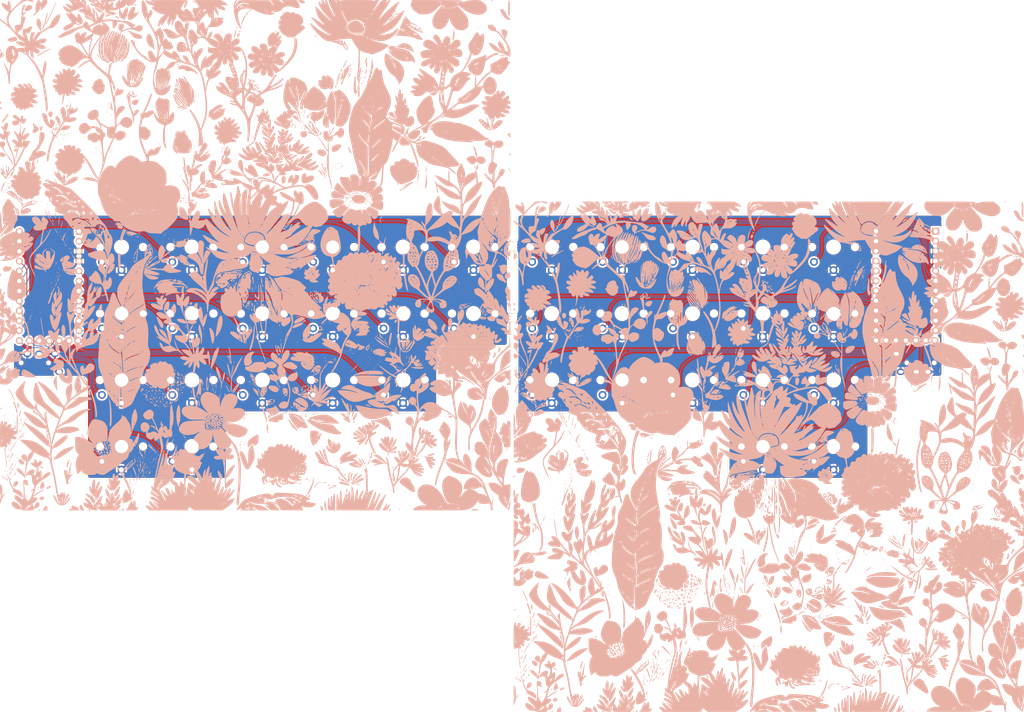
<source format=kicad_pcb>
(kicad_pcb
	(version 20240108)
	(generator "pcbnew")
	(generator_version "8.0")
	(general
		(thickness 1.6)
		(legacy_teardrops no)
	)
	(paper "A4")
	(layers
		(0 "F.Cu" signal)
		(31 "B.Cu" signal)
		(32 "B.Adhes" user "B.Adhesive")
		(33 "F.Adhes" user "F.Adhesive")
		(34 "B.Paste" user)
		(35 "F.Paste" user)
		(36 "B.SilkS" user "B.Silkscreen")
		(37 "F.SilkS" user "F.Silkscreen")
		(38 "B.Mask" user)
		(39 "F.Mask" user)
		(40 "Dwgs.User" user "User.Drawings")
		(41 "Cmts.User" user "User.Comments")
		(42 "Eco1.User" user "User.Eco1")
		(43 "Eco2.User" user "User.Eco2")
		(44 "Edge.Cuts" user)
		(45 "Margin" user)
		(46 "B.CrtYd" user "B.Courtyard")
		(47 "F.CrtYd" user "F.Courtyard")
		(48 "B.Fab" user)
		(49 "F.Fab" user)
		(50 "User.1" user)
		(51 "User.2" user)
		(52 "User.3" user)
		(53 "User.4" user)
		(54 "User.5" user)
		(55 "User.6" user)
		(56 "User.7" user)
		(57 "User.8" user)
		(58 "User.9" user)
	)
	(setup
		(stackup
			(layer "F.SilkS"
				(type "Top Silk Screen")
			)
			(layer "F.Paste"
				(type "Top Solder Paste")
			)
			(layer "F.Mask"
				(type "Top Solder Mask")
				(thickness 0.01)
			)
			(layer "F.Cu"
				(type "copper")
				(thickness 0.035)
			)
			(layer "dielectric 1"
				(type "core")
				(thickness 1.51)
				(material "FR4")
				(epsilon_r 4.5)
				(loss_tangent 0.02)
			)
			(layer "B.Cu"
				(type "copper")
				(thickness 0.035)
			)
			(layer "B.Mask"
				(type "Bottom Solder Mask")
				(thickness 0.01)
			)
			(layer "B.Paste"
				(type "Bottom Solder Paste")
			)
			(layer "B.SilkS"
				(type "Bottom Silk Screen")
			)
			(copper_finish "None")
			(dielectric_constraints no)
		)
		(pad_to_mask_clearance 0)
		(allow_soldermask_bridges_in_footprints no)
		(pcbplotparams
			(layerselection 0x00010fc_ffffffff)
			(plot_on_all_layers_selection 0x0000000_00000000)
			(disableapertmacros no)
			(usegerberextensions no)
			(usegerberattributes yes)
			(usegerberadvancedattributes yes)
			(creategerberjobfile yes)
			(dashed_line_dash_ratio 12.000000)
			(dashed_line_gap_ratio 3.000000)
			(svgprecision 4)
			(plotframeref no)
			(viasonmask no)
			(mode 1)
			(useauxorigin no)
			(hpglpennumber 1)
			(hpglpenspeed 20)
			(hpglpendiameter 15.000000)
			(pdf_front_fp_property_popups yes)
			(pdf_back_fp_property_popups yes)
			(dxfpolygonmode yes)
			(dxfimperialunits yes)
			(dxfusepcbnewfont yes)
			(psnegative no)
			(psa4output no)
			(plotreference yes)
			(plotvalue yes)
			(plotfptext yes)
			(plotinvisibletext no)
			(sketchpadsonfab no)
			(subtractmaskfromsilk no)
			(outputformat 1)
			(mirror no)
			(drillshape 0)
			(scaleselection 1)
			(outputdirectory "out/")
		)
	)
	(net 0 "")
	(net 1 "/SW1")
	(net 2 "/SW2")
	(net 3 "/SW3")
	(net 4 "/SW4")
	(net 5 "/SW5")
	(net 6 "/SW6")
	(net 7 "/SW7")
	(net 8 "/SW8")
	(net 9 "/SW9")
	(net 10 "/SW10")
	(net 11 "/SW11")
	(net 12 "/SW12")
	(net 13 "/SW13")
	(net 14 "/SW14")
	(net 15 "/SW15")
	(net 16 "/SW16")
	(net 17 "/SW17")
	(net 18 "/SW18")
	(net 19 "/SW19")
	(net 20 "/SW20")
	(net 21 "/SW21")
	(net 22 "/SW22")
	(net 23 "/SW23")
	(net 24 "/SW24")
	(net 25 "/SW25")
	(net 26 "/SW26")
	(net 27 "/SW27")
	(net 28 "/SW28")
	(net 29 "/SW29")
	(net 30 "/SW30")
	(net 31 "/SW31")
	(net 32 "/SW32")
	(net 33 "/SW33")
	(net 34 "/SW34")
	(net 35 "/SW35")
	(net 36 "/SW36")
	(net 37 "unconnected-(U3-15{slash}PB1-Pad16)")
	(net 38 "unconnected-(U3-14{slash}PB3-Pad15)")
	(net 39 "unconnected-(U1-RST-Pad22)")
	(net 40 "unconnected-(U1-6{slash}PD7-Pad9)")
	(net 41 "unconnected-(U1-9{slash}PB5-Pad12)")
	(net 42 "unconnected-(U1-8{slash}PB4-Pad11)")
	(net 43 "unconnected-(U1-5{slash}PC6-Pad8)")
	(net 44 "/serial_L")
	(net 45 "/serial_R")
	(net 46 "unconnected-(U3-RST-Pad22)")
	(net 47 "unconnected-(U3-16{slash}PB2-Pad14)")
	(net 48 "VCC_R")
	(net 49 "GND_R")
	(net 50 "VCC_L")
	(net 51 "GND_L")
	(net 52 "unconnected-(U1-B7-Pad25)")
	(net 53 "unconnected-(U1-B0-Pad24)")
	(net 54 "unconnected-(U3-B0-Pad24)")
	(footprint "Keebio-Parts:Kailh-PG1350-1u-NoLED" (layer "F.Cu") (at 163 58.2))
	(footprint "Panelization:mouse-bite-2mm-slot" (layer "F.Cu") (at 173 76.3 90))
	(footprint "Keebio-Parts:Kailh-PG1350-1u-NoLED" (layer "F.Cu") (at 237 109.2))
	(footprint "Keebio-Parts:Kailh-PG1350-1u-NoLED" (layer "F.Cu") (at 73 92.2))
	(footprint "Keebio-Parts:Kailh-PG1350-1u-NoLED" (layer "F.Cu") (at 145 75.2))
	(footprint "Keebio-Parts:Kailh-PG1350-1u-NoLED" (layer "F.Cu") (at 73 75.2))
	(footprint "Keebio-Parts:Kailh-PG1350-1u-NoLED" (layer "F.Cu") (at 255.05 58.2))
	(footprint "Keebio-Parts:TRRS-PJ-320A-no-Fmask" (layer "F.Cu") (at 282.4125 87.8 -90))
	(footprint "Keebio-Parts:Kailh-PG1350-1u-NoLED" (layer "F.Cu") (at 109 92.2))
	(footprint "Keebio-Parts:Kailh-PG1350-1u-NoLED" (layer "F.Cu") (at 145 92.2))
	(footprint "Keebio-Parts:Kailh-PG1350-1u-NoLED" (layer "F.Cu") (at 237 58.2))
	(footprint "Keebio-Parts:Kailh-PG1350-1u-NoLED" (layer "F.Cu") (at 219 58.2))
	(footprint "Keebio-Parts:Kailh-PG1350-1u-NoLED" (layer "F.Cu") (at 183 58.2))
	(footprint "Keebio-Parts:Kailh-PG1350-1u-NoLED" (layer "F.Cu") (at 255.05 92.2))
	(footprint "Keebio-Parts:Kailh-PG1350-1u-NoLED" (layer "F.Cu") (at 219 75.2))
	(footprint "Keebio-Parts:Kailh-PG1350-1u-NoLED" (layer "F.Cu") (at 201 92.2))
	(footprint "Keebio-Parts:Kailh-PG1350-1u-NoLED" (layer "F.Cu") (at 73 109.2))
	(footprint "Keebio-Parts:Kailh-PG1350-1u-NoLED" (layer "F.Cu") (at 255.05 109.2))
	(footprint "Keebio-Parts:Kailh-PG1350-1u-NoLED" (layer "F.Cu") (at 163 75.2))
	(footprint "Keebio-Parts:Kailh-PG1350-1u-NoLED" (layer "F.Cu") (at 201 58.2))
	(footprint "Keebio-Parts:Kailh-PG1350-1u-NoLED" (layer "F.Cu") (at 201 75.2))
	(footprint "Keebio-Parts:Kailh-PG1350-1u-NoLED" (layer "F.Cu") (at 91 58.2))
	(footprint "Keebio-Parts:Kailh-PG1350-1u-NoLED" (layer "F.Cu") (at 91 92.2))
	(footprint "Keebio-Parts:TRRS-PJ-320A-no-Fmask" (layer "F.Cu") (at 45.74 87.79 90))
	(footprint "Keebio-Parts:Kailh-PG1350-1u-NoLED" (layer "F.Cu") (at 183 92.2))
	(footprint "Keebio-Parts:Kailh-PG1350-1u-NoLED" (layer "F.Cu") (at 237 75.2))
	(footprint "Keebio-Parts:Kailh-PG1350-1u-NoLED" (layer "F.Cu") (at 127 75.2))
	(footprint "Keebio-Parts:Kailh-PG1350-1u-NoLED" (layer "F.Cu") (at 183 75.2))
	(footprint "Keebio-Parts:Kailh-PG1350-1u-NoLED" (layer "F.Cu") (at 255.05 75.2))
	(footprint "Keebio-Parts:Kailh-PG1350-1u-NoLED" (layer "F.Cu") (at 127 92.2))
	(footprint "Keebio-Parts:Kailh-PG1350-1u-NoLED" (layer "F.Cu") (at 91 75.2))
	(footprint "Keebio-Parts:Kailh-PG1350-1u-NoLED" (layer "F.Cu") (at 109 75.2))
	(footprint "Keebio-Parts:Kailh-PG1350-1u-NoLED" (layer "F.Cu") (at 145 58.2))
	(footprint "Keebio-Parts:Kailh-PG1350-1u-NoLED" (layer "F.Cu") (at 237 92.2))
	(footprint "Keebio-Parts:Kailh-PG1350-1u-NoLED"
		(layer "F.Cu")
		(uuid "d3788c68-4d2f-4526-a509-42a407dfc2f5")
		(at 73 58.2)
		(property "Reference" "SW31"
			(at 0 -7.14375 180)
			(layer "Dwgs.User")
			(uuid "2a199f9b-e6f2-49ff-8d1c-79eff339e1a2")
			(effects
				(font
					(size 1 1)
					(thickness 0.2)
				)
			)
		)
		(property "Value" "SW_Push_45deg"
			(at 0 -5.08 180)
			(layer "F.SilkS")
			(hide yes)
			(uuid "0b7a4803-bc60-4143-baa3-530bb61f6c0c")
			(effects
				(font
					(size 1 1)
					(thickness 0.2)
				)
			)
		)
		(property "Footprint" "Keebio-Parts:Kailh-PG1350-1u-NoLED"
			(at 0 0 0)
			(layer "F.Fab")
			(hide yes)
			(uuid "7fa0e634-9816-4e7c-95fd-799dfe8bf531")
			(effects
				(font
					(size 1.27 1.27)
					(thickness 0.15)
				)
			)
		)
		(property "Datasheet" ""
			(at 0 0 0)
			(layer "F.Fab")
			(hide yes)
			(uuid "fc628c77-cba5-4fd3-82e1-9d2ce734d4ef")
			(effects
				(font
					(size 1.27 1.27)
					(thickness 0.15)
				)
			)
		)
		(property "Description" "Push button switch, normally open, two pins, 45° tilted"
			(at 0 0 0)
			(layer "F.Fab")
			(hide yes)
			(uuid "f9feff40-bfdf-435e-8bb5-7d590e094e5e")
			(effects
				(font
					(size 1.27 1.27)
					(thickness 0.15)
				)
			)
		)
		(path "/da0181b1-926b-428f-9225-fd8442f0ac9a")
		(sheetname "Root")
		(sheetfile "poppler36.kicad_sch")
		(attr through_hole)
		(fp_line
			(start -9 -8.5)
			(end 9 -8.5)
			(stroke
				(width 0.1524)
				(type solid)
			)
			(layer "Dwgs.User")
			(uuid "43f68c54-db94-4cec-86d6-205b35d6cd3a")
		)
		(fp_line
			(start -9 8.5)
			(end -9 -8.5)
			(stroke
				(width 0.1524)
				(type solid)
			)
			(layer "Dwgs.User")
			(uuid "354a3923-0b71-4eee-94cc-43070e516194")
		)
		(fp_line
			(start 9 -8.5)
			(end 9 8.5)
			(stroke
				(width 0.1524)
				(type solid)
			)
			(layer "Dwgs.User")
			(uuid "75898c33-671b-4c37-92b5-21642e742bef")
		)
		(fp_line
			(start 9 8.5)
			(end -9 8.5)
			(stroke
				(width 0.1524)
				(type solid)
			)
			(layer "Dwgs.User")
			(uuid "e58e371e-8fc2-4c9a-8ffb-803e5ab9c7de")
		)
		(fp_line
			(start -6.9 -6.9)
			(end 6.9 -6.9)
			(stroke
				(width 0.1524)
				(type solid)
			)
			(layer "Cmts.User")
			(uuid "8b732a8f-d893-4518-9fae-e9d7d5e7d13a")
		)
		(fp_line
			(start -6.9 6.9)
			(end -6.9 -6.9)
			(stroke
				(width 0.1524)
				(type solid)
			)
			(layer "Cmts.User")
			(uuid "cbf0b05b-d585-4821-a6e3-8f45973b4899")
		)
		(fp_line
			(start 6.9 -6.9)
			(end 6.9 6.9)
			(stroke
				(width 0.1524)
				(type solid)
			)
			(layer "Cmts.User")
			(uuid "e3892c6d-eb9b-45f5-9105-e02249edcf78")
		)
		(fp_line
			(start 6.9 6.9)
			(end -6.9 6.9)
			(stroke
				(width 0.1524)
				(type solid)
			)
			(layer "Cmts.User")
	
... [5101149 chars truncated]
</source>
